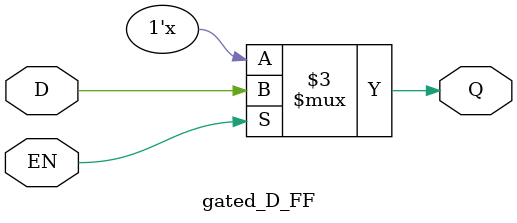
<source format=v>
module gated_D_FF(D, EN, Q);
 input D;
 input EN;
 output Q;
reg Q;
always @(D or EN)
if(EN)
Q=D;
endmodule
</source>
